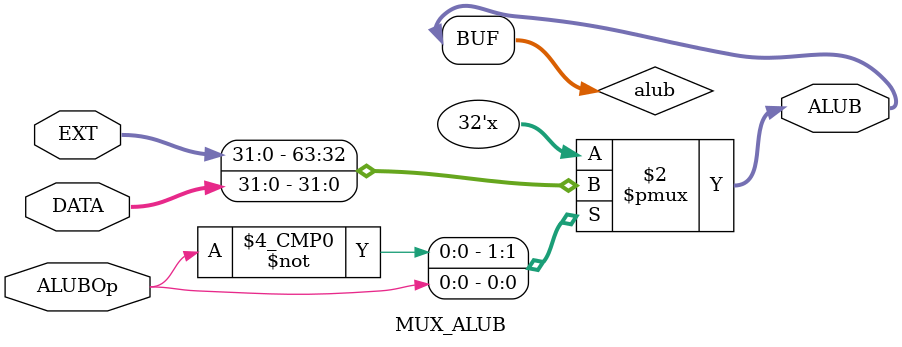
<source format=v>
`timescale 1ns / 1ps
module MUX_WA(
    input [4:0] RT,
    input [4:0] RD,
    input [1:0] WAOp,
    output [4:0] WA
    );
	reg [4:0]wa;
	always @* begin
		case (WAOp)
		2'b00: wa <= RT;
		2'b01: wa <= RD;
		2'b10: wa <= 31;
		endcase
	end
	assign WA = wa;
endmodule

module MUX_WD(
	input [31:0] ALUOut,
	input [31:0] RD,
	input [31:0] PC4,
	input [1:0] WDOp,
	output [31:0] WD
	);
	reg [31:0] wd;
	always @* begin
		case (WDOp)
		2'b00: wd <= ALUOut;
		2'b01: wd <= RD;
		2'b10: wd <= PC4;
		endcase
	end
	assign WD = wd;
endmodule 

module MUX_ALUB(
	input [31:0] EXT,
	input [31:0] DATA,
	input ALUBOp,
	output [31:0]ALUB
	);
	reg [31:0] alub;
	always @* begin
		case (ALUBOp)
		0: alub <= EXT;
		1: alub <= DATA;		
		endcase
	end
	assign ALUB = alub;
endmodule 
</source>
